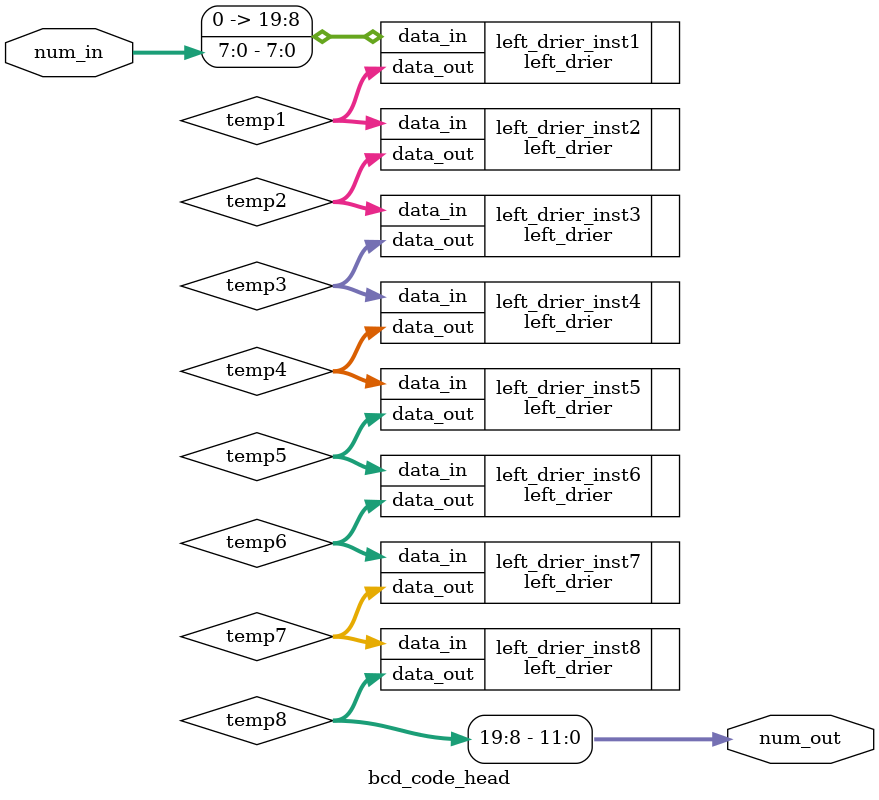
<source format=v>
`timescale 1ns/1ps
module bcd_code_head (
	input	[7:0]    num_in,
	output	[11:0]   num_out
);


	wire		[19:0]   temp1;
	wire		[19:0]   temp2;
	wire		[19:0]   temp3;
	wire		[19:0]   temp4;
	wire		[19:0]   temp5;
	wire		[19:0]   temp6;
	wire		[19:0]   temp7;
	wire		[19:0]   temp8;


	left_drier               left_drier_inst1(
	.data_in                  ({(12'd0),num_in}),
	.data_out                     (temp1)
	
	);
	
	left_drier               left_drier_inst2(
	.data_in                 	  (temp1),
	.data_out                     (temp2)
	
	);
	left_drier               left_drier_inst3(
	.data_in                  	  (temp2),
	.data_out                     (temp3)
	
	);
	left_drier               left_drier_inst4(
	.data_in                      (temp3),
	.data_out                     (temp4)
	
	);
	left_drier               left_drier_inst5(
	.data_in                      (temp4),
	.data_out                     (temp5)
	
	);
	left_drier               left_drier_inst6(
	.data_in                      (temp5),
	.data_out                     (temp6)
	
	);
	left_drier               left_drier_inst7(
	.data_in                      (temp6),
	.data_out                     (temp7)
	
	);
	left_drier               left_drier_inst8(
	.data_in                      (temp7),
	.data_out                     (temp8)
	
	);
	assign    num_out = temp8[19:8] ;


endmodule

</source>
